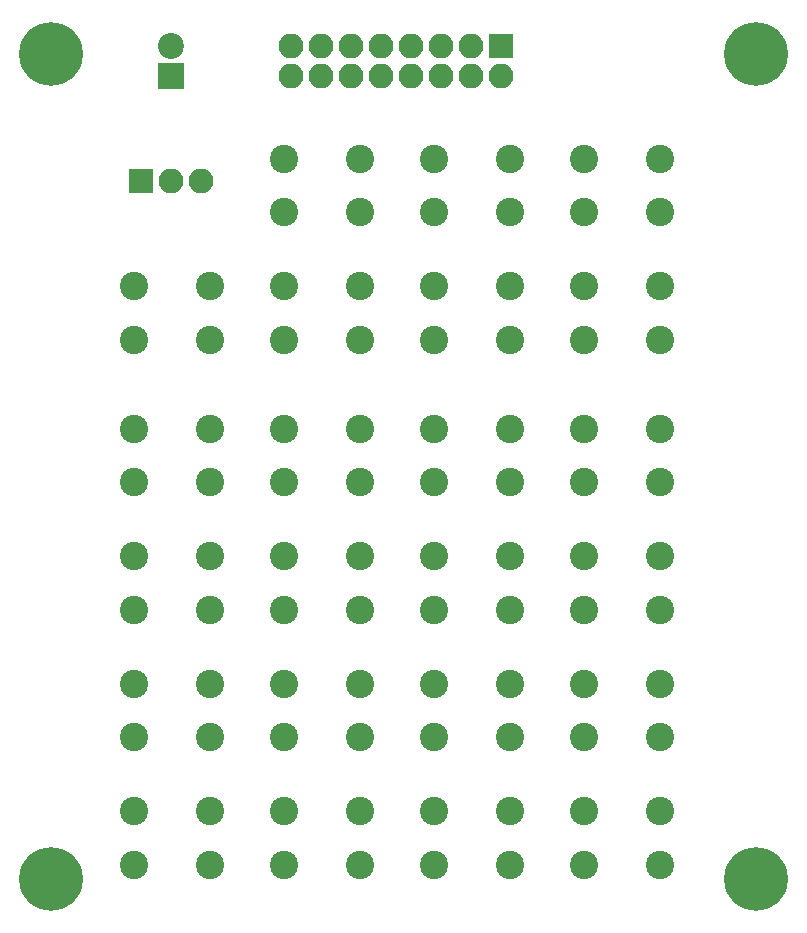
<source format=gbs>
G04 #@! TF.FileFunction,Soldermask,Bot*
%FSLAX46Y46*%
G04 Gerber Fmt 4.6, Leading zero omitted, Abs format (unit mm)*
G04 Created by KiCad (PCBNEW 4.0.7) date 09/06/19 15:29:48*
%MOMM*%
%LPD*%
G01*
G04 APERTURE LIST*
%ADD10C,0.100000*%
%ADD11R,2.200000X2.200000*%
%ADD12C,2.200000*%
%ADD13R,2.100000X2.100000*%
%ADD14O,2.100000X2.100000*%
%ADD15C,2.400000*%
%ADD16C,5.400000*%
G04 APERTURE END LIST*
D10*
D11*
X101600000Y-60325000D03*
D12*
X101600000Y-57785000D03*
D13*
X129540000Y-57785000D03*
D14*
X129540000Y-60325000D03*
X127000000Y-57785000D03*
X127000000Y-60325000D03*
X124460000Y-57785000D03*
X124460000Y-60325000D03*
X121920000Y-57785000D03*
X121920000Y-60325000D03*
X119380000Y-57785000D03*
X119380000Y-60325000D03*
X116840000Y-57785000D03*
X116840000Y-60325000D03*
X114300000Y-57785000D03*
X114300000Y-60325000D03*
X111760000Y-57785000D03*
X111760000Y-60325000D03*
D15*
X98425000Y-127055000D03*
X98425000Y-122555000D03*
X104925000Y-127055000D03*
X104925000Y-122555000D03*
X136525000Y-116260000D03*
X136525000Y-111760000D03*
X143025000Y-116260000D03*
X143025000Y-111760000D03*
X123825000Y-94670000D03*
X123825000Y-90170000D03*
X130325000Y-94670000D03*
X130325000Y-90170000D03*
X111125000Y-127055000D03*
X111125000Y-122555000D03*
X117625000Y-127055000D03*
X117625000Y-122555000D03*
X98425000Y-105465000D03*
X98425000Y-100965000D03*
X104925000Y-105465000D03*
X104925000Y-100965000D03*
X136525000Y-94670000D03*
X136525000Y-90170000D03*
X143025000Y-94670000D03*
X143025000Y-90170000D03*
X123825000Y-127055000D03*
X123825000Y-122555000D03*
X130325000Y-127055000D03*
X130325000Y-122555000D03*
X111125000Y-105465000D03*
X111125000Y-100965000D03*
X117625000Y-105465000D03*
X117625000Y-100965000D03*
X98425000Y-82605000D03*
X98425000Y-78105000D03*
X104925000Y-82605000D03*
X104925000Y-78105000D03*
X136525000Y-127055000D03*
X136525000Y-122555000D03*
X143025000Y-127055000D03*
X143025000Y-122555000D03*
X123825000Y-105465000D03*
X123825000Y-100965000D03*
X130325000Y-105465000D03*
X130325000Y-100965000D03*
X111125000Y-82605000D03*
X111125000Y-78105000D03*
X117625000Y-82605000D03*
X117625000Y-78105000D03*
X98425000Y-116260000D03*
X98425000Y-111760000D03*
X104925000Y-116260000D03*
X104925000Y-111760000D03*
X136525000Y-105465000D03*
X136525000Y-100965000D03*
X143025000Y-105465000D03*
X143025000Y-100965000D03*
X136525000Y-82605000D03*
X136525000Y-78105000D03*
X143025000Y-82605000D03*
X143025000Y-78105000D03*
X111125000Y-116260000D03*
X111125000Y-111760000D03*
X117625000Y-116260000D03*
X117625000Y-111760000D03*
X98425000Y-94670000D03*
X98425000Y-90170000D03*
X104925000Y-94670000D03*
X104925000Y-90170000D03*
X111125000Y-71810000D03*
X111125000Y-67310000D03*
X117625000Y-71810000D03*
X117625000Y-67310000D03*
X123825000Y-116260000D03*
X123825000Y-111760000D03*
X130325000Y-116260000D03*
X130325000Y-111760000D03*
X111125000Y-94670000D03*
X111125000Y-90170000D03*
X117625000Y-94670000D03*
X117625000Y-90170000D03*
X123825000Y-82605000D03*
X123825000Y-78105000D03*
X130325000Y-82605000D03*
X130325000Y-78105000D03*
X136525000Y-71810000D03*
X136525000Y-67310000D03*
X143025000Y-71810000D03*
X143025000Y-67310000D03*
X123825000Y-71810000D03*
X123825000Y-67310000D03*
X130325000Y-71810000D03*
X130325000Y-67310000D03*
D16*
X91440000Y-58420000D03*
X151130000Y-58420000D03*
X91440000Y-128270000D03*
X151130000Y-128270000D03*
D13*
X99060000Y-69215000D03*
D14*
X101600000Y-69215000D03*
X104140000Y-69215000D03*
M02*

</source>
